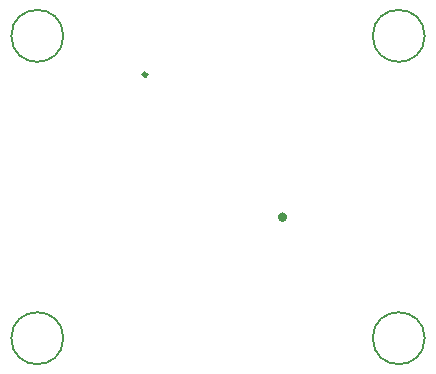
<source format=gbr>
%TF.GenerationSoftware,KiCad,Pcbnew,7.0.11-7.0.11~ubuntu22.04.1*%
%TF.CreationDate,2024-06-13T22:21:10+02:00*%
%TF.ProjectId,schneggi_sensor_kicad7,7363686e-6567-4676-995f-73656e736f72,rev?*%
%TF.SameCoordinates,Original*%
%TF.FileFunction,Other,Comment*%
%FSLAX46Y46*%
G04 Gerber Fmt 4.6, Leading zero omitted, Abs format (unit mm)*
G04 Created by KiCad (PCBNEW 7.0.11-7.0.11~ubuntu22.04.1) date 2024-06-13 22:21:10*
%MOMM*%
%LPD*%
G01*
G04 APERTURE LIST*
%ADD10C,0.150000*%
%ADD11C,0.400000*%
%ADD12C,0.300000*%
G04 APERTURE END LIST*
D10*
%TO.C,H1*%
X4400000Y-2200000D02*
G75*
G03*
X0Y-2200000I-2200000J0D01*
G01*
X0Y-2200000D02*
G75*
G03*
X4400000Y-2200000I2200000J0D01*
G01*
%TO.C,H4*%
X4400000Y-27800000D02*
G75*
G03*
X0Y-27800000I-2200000J0D01*
G01*
X0Y-27800000D02*
G75*
G03*
X4400000Y-27800000I2200000J0D01*
G01*
%TO.C,H2*%
X35000000Y-2200000D02*
G75*
G03*
X30600000Y-2200000I-2200000J0D01*
G01*
X30600000Y-2200000D02*
G75*
G03*
X35000000Y-2200000I2200000J0D01*
G01*
D11*
%TO.C,U1*%
X23160000Y-17560000D02*
G75*
G03*
X22760000Y-17560000I-200000J0D01*
G01*
X22760000Y-17560000D02*
G75*
G03*
X23160000Y-17560000I200000J0D01*
G01*
D10*
%TO.C,H3*%
X35000000Y-27800000D02*
G75*
G03*
X30600000Y-27800000I-2200000J0D01*
G01*
X30600000Y-27800000D02*
G75*
G03*
X35000000Y-27800000I2200000J0D01*
G01*
D12*
%TO.C,CN2*%
X11490000Y-5480000D02*
G75*
G03*
X11190000Y-5480000I-150000J0D01*
G01*
X11190000Y-5480000D02*
G75*
G03*
X11490000Y-5480000I150000J0D01*
G01*
%TD*%
M02*

</source>
